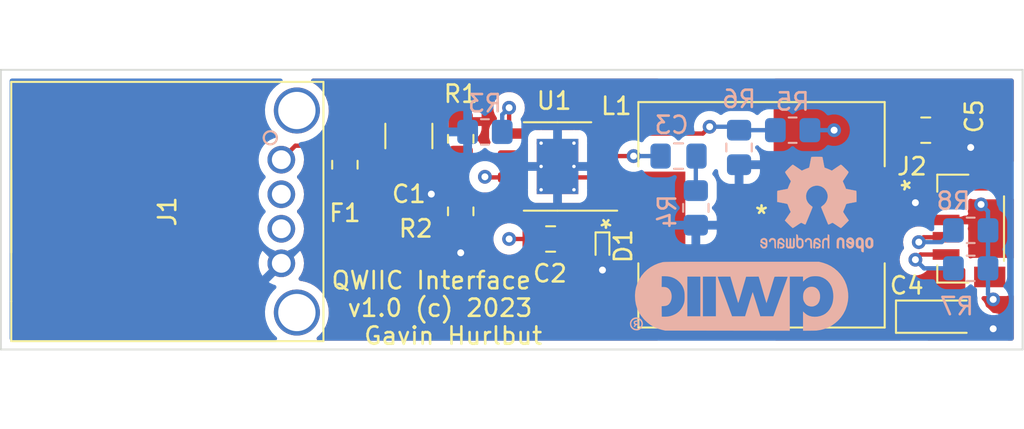
<source format=kicad_pcb>
(kicad_pcb (version 20211014) (generator pcbnew)
  (layers (0 "F.Cu" signal) (1 "In1.Cu" signal) (2 "In2.Cu" signal) (31 "B.Cu" signal) (34 "B.Paste" user) (35 "F.Paste" user) (36 "B.SilkS" user "B.Silkscreen") (37 "F.SilkS" user "F.Silkscreen") (38 "B.Mask" user) (39 "F.Mask" user) (44 "Edge.Cuts" user))
  (net 0 "")
  (net 1 "+12V")
  (net 2 "GND")
  (net 3 "Net-(C2-Pad1)")
  (net 4 "Net-(C2-Pad2)")
  (net 5 "Net-(C3-Pad1)")
  (net 6 "Net-(C3-Pad2)")
  (net 7 "+3V3")
  (net 8 "SDA")
  (net 9 "SCL")
  (net 10 "Net-(R1-Pad2)")
  (net 11 "Net-(R3-Pad1)")
  (net 12 "Net-(R5-Pad2)")
  (net 13 "+BATT")
  (footprint "Beirdo:PM4346.333NLT" (layer "F.Cu") (at 144 68.2)
    (fp_text reference "L1" (at -8.4 -6.3) (layer "F.SilkS"))
    (fp_text value "33uH 5A 88mOhm")
    (fp_text user "*" (at 0 0) (layer "F.SilkS"))
    (pad "1" smd rect (at -5.7023 0) (size 2.5908 5.0038) (layers "F.Cu" "F.Paste" "F.Mask") (net 4 "Net-(C2-Pad2)"))
    (pad "2" smd rect (at 5.7023 0) (size 2.5908 5.0038) (layers "F.Cu" "F.Paste" "F.Mask") (net 7 "+3V3"))
  )
  (footprint "Resistor_SMD:R_0805_2012Metric_Pad1.20x1.40mm_HandSolder" (layer "F.Cu") (at 119.9 65.3 -90)
    (fp_text reference "F1" (at 2.8 0) (layer "F.SilkS"))
    (fp_text value "1A Polyfuse")
    (pad "1" smd roundrect (at -1 0 270) (size 1.2 1.4) (layers "F.Cu" "F.Paste" "F.Mask") (roundrect_rratio 0.2083333333) (net 13 "+BATT"))
    (pad "2" smd roundrect (at 1 0 270) (size 1.2 1.4) (layers "F.Cu" "F.Paste" "F.Mask") (roundrect_rratio 0.2083333333) (net 1 "+12V"))
  )
  (footprint "Diode_SMD:D_SOD-923" (layer "F.Cu") (at 134.8 70.02 -90)
    (fp_text reference "D1" (at 0 -1.2 90) (layer "F.SilkS"))
    (fp_text value "ACDBQC0130L-HF")
    (pad "1" smd rect (at -0.42 0 90) (size 0.36 0.25) (layers "F.Cu" "F.Paste" "F.Mask") (net 4 "Net-(C2-Pad2)"))
    (pad "2" smd rect (at 0.42 0 90) (size 0.36 0.25) (layers "F.Cu" "F.Paste" "F.Mask") (net 2 "GND"))
  )
  (footprint "Capacitor_SMD:C_0805_2012Metric_Pad1.18x1.45mm_HandSolder" (layer "F.Cu") (at 153.5 63.3)
    (fp_text reference "C5" (at 2.8 -0.8 90) (layer "F.SilkS"))
    (fp_text value "10uF")
    (pad "1" smd roundrect (at -1.0375 0) (size 1.175 1.45) (layers "F.Cu" "F.Paste" "F.Mask") (roundrect_rratio 0.2127659574) (net 7 "+3V3"))
    (pad "2" smd roundrect (at 1.0375 0) (size 1.175 1.45) (layers "F.Cu" "F.Paste" "F.Mask") (roundrect_rratio 0.2127659574) (net 2 "GND"))
  )
  (footprint "Package_SO:HTSOP-8-1EP_3.9x4.9mm_P1.27mm_EP2.4x3.2mm_ThermalVias" (layer "F.Cu") (at 132.2 65.4 180)
    (fp_text reference "U1" (at 0.2 3.8) (layer "F.SilkS"))
    (fp_text value "BD9G341EFJ")
    (fp_text user "*" (at -2.8 -3 180 unlocked) (layer "F.SilkS"))
    (pad "1" smd roundrect (at -2.65 -1.905 180) (size 1.6 0.6) (layers "F.Cu" "F.Paste" "F.Mask") (net 4 "Net-(C2-Pad2)"))
    (pad "2" smd roundrect (at -2.65 -0.635 180) (size 1.6 0.6) (layers "F.Cu" "F.Paste" "F.Mask") (net 2 "GND"))
    (pad "3" smd roundrect (at -2.65 0.635 180) (size 1.6 0.6) (layers "F.Cu" "F.Paste" "F.Mask") (net 5 "Net-(C3-Pad1)"))
    (pad "4" smd roundrect (at -2.65 1.905 180) (size 1.6 0.6) (layers "F.Cu" "F.Paste" "F.Mask") (net 12 "Net-(R5-Pad2)"))
    (pad "5" smd roundrect (at 2.65 1.905 180) (size 1.6 0.6) (layers "F.Cu" "F.Paste" "F.Mask") (net 11 "Net-(R3-Pad1)"))
    (pad "6" smd roundrect (at 2.65 0.635 180) (size 1.6 0.6) (layers "F.Cu" "F.Paste" "F.Mask") (net 10 "Net-(R1-Pad2)"))
    (pad "7" smd roundrect (at 2.65 -0.635 180) (size 1.6 0.6) (layers "F.Cu" "F.Paste" "F.Mask") (net 3 "Net-(C2-Pad1)"))
    (pad "8" smd roundrect (at 2.65 -1.905 180) (size 1.6 0.6) (layers "F.Cu" "F.Paste" "F.Mask") (net 1 "+12V"))
    (pad "9" smd rect (at 0 0 180) (size 2.4 3.2) (layers "F.Cu" "F.Mask") (net 2 "GND"))
    (pad "9" thru_hole circle (at -0.95 -1.35 180) (size 0.5 0.5) (drill 0.2) (layers *.Cu) (net 2 "GND"))
    (pad "9" smd rect (at 0 0 180) (size 2.4 3.2) (layers "B.Cu") (net 2 "GND"))
    (pad "9" thru_hole circle (at 0.95 1.35 180) (size 0.5 0.5) (drill 0.2) (layers *.Cu) (net 2 "GND"))
    (pad "9" thru_hole circle (at 0.95 0 180) (size 0.5 0.5) (drill 0.2) (layers *.Cu) (net 2 "GND"))
    (pad "9" thru_hole circle (at -0.95 0 180) (size 0.5 0.5) (drill 0.2) (layers *.Cu) (net 2 "GND"))
    (pad "9" thru_hole circle (at -0.95 1.35 180) (size 0.5 0.5) (drill 0.2) (layers *.Cu) (net 2 "GND"))
    (pad "9" thru_hole circle (at 0.95 -1.35 180) (size 0.5 0.5) (drill 0.2) (layers *.Cu) (net 2 "GND"))
  )
  (footprint "UltraLibrarian:347930040" (layer "F.Cu") (at 116.2228 65.010001 -90)
    (fp_text reference "J1" (at 2.999999 6.593 90) (layer "F.SilkS"))
    (fp_text value "MOLEX connector")
    (pad "1" thru_hole circle locked (at 0 0 270) (size 1.6002 1.6002) (drill 1.0922) (layers *.Cu *.Mask) (net 13 "+BATT"))
    (pad "2" thru_hole circle locked (at 1.999999 0 270) (size 1.6002 1.6002) (drill 1.0922) (layers *.Cu *.Mask) (net 8 "SDA"))
    (pad "3" thru_hole circle locked (at 4 0 270) (size 1.6002 1.6002) (drill 1.0922) (layers *.Cu *.Mask) (net 9 "SCL"))
    (pad "4" thru_hole circle locked (at 5.999998 0 270) (size 1.6002 1.6002) (drill 1.0922) (layers *.Cu *.Mask) (net 2 "GND"))
    (pad "5" thru_hole circle locked (at -2.850002 -0.900001) (size 2.667 2.667) (drill 2.159) (layers *.Cu *.Mask))
    (pad "6" thru_hole circle locked (at 8.85 -0.900001) (size 2.667 2.667) (drill 2.159) (layers *.Cu *.Mask))
    (pad "7" smd rect locked (at -0.790001 7.0228) (size 10.8458 2.2098) (layers "F.Cu" "F.Paste" "F.Mask"))
    (pad "8" smd rect locked (at 6.789999 7.0228) (size 10.8458 2.2098) (layers "F.Cu" "F.Paste" "F.Mask"))
  )
  (footprint "Resistor_SMD:R_0805_2012Metric_Pad1.20x1.40mm_HandSolder" (layer "F.Cu") (at 126.6 68 -90)
    (fp_text reference "R2" (at 1 2.6 180) (layer "F.SilkS"))
    (fp_text value "324k 1%")
    (pad "1" smd roundrect (at -1 0 270) (size 1.2 1.4) (layers "F.Cu" "F.Paste" "F.Mask") (roundrect_rratio 0.2083333333) (net 10 "Net-(R1-Pad2)"))
    (pad "2" smd roundrect (at 1 0 270) (size 1.2 1.4) (layers "F.Cu" "F.Paste" "F.Mask") (roundrect_rratio 0.2083333333) (net 2 "GND"))
  )
  (footprint "Resistor_SMD:R_0805_2012Metric_Pad1.20x1.40mm_HandSolder" (layer "F.Cu") (at 126.6 63.8 -90)
    (fp_text reference "R1" (at -2.6 0 180) (layer "F.SilkS"))
    (fp_text value "909k 1%")
    (pad "1" smd roundrect (at -1 0 270) (size 1.2 1.4) (layers "F.Cu" "F.Paste" "F.Mask") (roundrect_rratio 0.2083333333) (net 1 "+12V"))
    (pad "2" smd roundrect (at 1 0 270) (size 1.2 1.4) (layers "F.Cu" "F.Paste" "F.Mask") (roundrect_rratio 0.2083333333) (net 10 "Net-(R1-Pad2)"))
  )
  (footprint "Capacitor_SMD:C_1210_3225Metric_Pad1.33x2.70mm_HandSolder" (layer "F.Cu") (at 123.6 63.6375 -90)
    (fp_text reference "C1" (at 3.3625 0 180) (layer "F.SilkS"))
    (fp_text value "10uF 100V")
    (pad "1" smd roundrect (at -1.5625 0 270) (size 1.325 2.7) (layers "F.Cu" "F.Paste" "F.Mask") (roundrect_rratio 0.1886792453) (net 1 "+12V"))
    (pad "2" smd roundrect (at 1.5625 0 270) (size 1.325 2.7) (layers "F.Cu" "F.Paste" "F.Mask") (roundrect_rratio 0.1886792453) (net 2 "GND"))
  )
  (footprint "Capacitor_SMD:C_0805_2012Metric_Pad1.18x1.45mm_HandSolder" (layer "F.Cu") (at 131.8 69.6)
    (fp_text reference "C2" (at -0.0375 2) (layer "F.SilkS"))
    (fp_text value "100nF")
    (pad "1" smd roundrect (at -1.0375 0) (size 1.175 1.45) (layers "F.Cu" "F.Paste" "F.Mask") (roundrect_rratio 0.2127659574) (net 3 "Net-(C2-Pad1)"))
    (pad "2" smd roundrect (at 1.0375 0) (size 1.175 1.45) (layers "F.Cu" "F.Paste" "F.Mask") (roundrect_rratio 0.2127659574) (net 4 "Net-(C2-Pad2)"))
  )
  (footprint "Beirdo:QWIIC Connector" (layer "F.Cu") (at 156.096601 69.000001 -90)
    (fp_text reference "J2" (at -3.600001 3.396601 180) (layer "F.SilkS"))
    (fp_text value "QWIIC Connector")
    (fp_text user "*" (at -2.5146 3.429 90) (layer "F.SilkS"))
    (pad "1" smd rect (at -1.5 1.4216 270) (size 0.6096 1.5494) (layers "F.Cu" "F.Paste" "F.Mask") (net 2 "GND"))
    (pad "2" smd rect (at -0.499999 1.4216 270) (size 0.6096 1.5494) (layers "F.Cu" "F.Paste" "F.Mask") (net 7 "+3V3"))
    (pad "3" smd rect (at 0.499999 1.4216 270) (size 0.6096 1.5494) (layers "F.Cu" "F.Paste" "F.Mask") (net 8 "SDA"))
    (pad "4" smd rect (at 1.5 1.4216 270) (size 0.6096 1.5494) (layers "F.Cu" "F.Paste" "F.Mask") (net 9 "SCL"))
    (pad "5" smd rect (at -2.799999 -1.103399 270) (size 1.1938 1.8034) (layers "F.Cu" "F.Paste" "F.Mask"))
    (pad "6" smd rect (at 2.799999 -1.103399 270) (size 1.1938 1.8034) (layers "F.Cu" "F.Paste" "F.Mask"))
  )
  (footprint "Capacitor_Tantalum_SMD:CP_EIA-3216-10_Kemet-I_Pad1.58x1.35mm_HandSolder" (layer "F.Cu") (at 154.2625 74.1)
    (fp_text reference "C4" (at -1.8625 -1.8 180) (layer "F.SilkS"))
    (fp_text value "100uF Ta 6V")
    (pad "1" smd roundrect (at -1.4375 0) (size 1.575 1.35) (layers "F.Cu" "F.Paste" "F.Mask") (roundrect_rratio 0.1851851852) (net 7 "+3V3"))
    (pad "2" smd roundrect (at 1.4375 0) (size 1.575 1.35) (layers "F.Cu" "F.Paste" "F.Mask") (roundrect_rratio 0.1851851852) (net 2 "GND"))
  )
  (footprint "Beirdo:qwiic-logo" (layer "B.Cu") (at 142.8 72.8 180)
    (fp_text reference "G***" hide)
    (fp_text value "LOGO" hide)
  )
  (footprint "Resistor_SMD:R_0805_2012Metric_Pad1.20x1.40mm_HandSolder" (layer "B.Cu") (at 142.7 64.3 -90)
    (fp_text reference "R6" (at -2.8 0 180) (layer "B.SilkS") (effects (justify mirror)))
    (fp_text value "560R")
    (pad "1" smd roundrect (at -1 0 270) (size 1.2 1.4) (layers "B.Cu" "B.Paste" "B.Mask") (roundrect_rratio 0.2083333333) (net 12 "Net-(R5-Pad2)"))
    (pad "2" smd roundrect (at 1 0 270) (size 1.2 1.4) (layers "B.Cu" "B.Paste" "B.Mask") (roundrect_rratio 0.2083333333) (net 2 "GND"))
  )
  (footprint "Capacitor_SMD:C_0805_2012Metric_Pad1.18x1.45mm_HandSolder" (layer "B.Cu") (at 139.2 64.8)
    (fp_text reference "C3" (at -0.4 -1.8) (layer "B.SilkS") (effects (justify mirror)))
    (fp_text value "10nF")
    (pad "1" smd roundrect (at -1.0375 0) (size 1.175 1.45) (layers "B.Cu" "B.Paste" "B.Mask") (roundrect_rratio 0.2127659574) (net 5 "Net-(C3-Pad1)"))
    (pad "2" smd roundrect (at 1.0375 0) (size 1.175 1.45) (layers "B.Cu" "B.Paste" "B.Mask") (roundrect_rratio 0.2127659574) (net 6 "Net-(C3-Pad2)"))
  )
  (footprint "Resistor_SMD:R_0805_2012Metric_Pad1.20x1.40mm_HandSolder" (layer "B.Cu") (at 156.1 69.1 180)
    (fp_text reference "R8" (at 1 1.7) (layer "B.SilkS") (effects (justify mirror)))
    (fp_text value "10k")
    (pad "1" smd roundrect (at -1 0 180) (size 1.2 1.4) (layers "B.Cu" "B.Paste" "B.Mask") (roundrect_rratio 0.2083333333) (net 7 "+3V3"))
    (pad "2" smd roundrect (at 1 0 180) (size 1.2 1.4) (layers "B.Cu" "B.Paste" "B.Mask") (roundrect_rratio 0.2083333333) (net 8 "SDA"))
  )
  (footprint "Resistor_SMD:R_0805_2012Metric_Pad1.20x1.40mm_HandSolder" (layer "B.Cu") (at 145.8 63.3 180)
    (fp_text reference "R5" (at 0 1.65) (layer "B.SilkS") (effects (justify mirror)))
    (fp_text value "1k3")
    (pad "1" smd roundrect (at -1 0 180) (size 1.2 1.4) (layers "B.Cu" "B.Paste" "B.Mask") (roundrect_rratio 0.2083333333) (net 7 "+3V3"))
    (pad "2" smd roundrect (at 1 0 180) (size 1.2 1.4) (layers "B.Cu" "B.Paste" "B.Mask") (roundrect_rratio 0.2083333333) (net 12 "Net-(R5-Pad2)"))
  )
  (footprint "Resistor_SMD:R_0805_2012Metric_Pad1.20x1.40mm_HandSolder" (layer "B.Cu") (at 128 63.4 180)
    (fp_text reference "R3" (at 0 1.65) (layer "B.SilkS") (effects (justify mirror)))
    (fp_text value "47k")
    (pad "1" smd roundrect (at -1 0 180) (size 1.2 1.4) (layers "B.Cu" "B.Paste" "B.Mask") (roundrect_rratio 0.2083333333) (net 11 "Net-(R3-Pad1)"))
    (pad "2" smd roundrect (at 1 0 180) (size 1.2 1.4) (layers "B.Cu" "B.Paste" "B.Mask") (roundrect_rratio 0.2083333333) (net 2 "GND"))
  )
  (footprint "Symbol:OSHW-Logo2_7.3x6mm_SilkScreen" (layer "B.Cu") (at 147.2 67.6 180)
    (fp_text reference "REF**" hide)
    (fp_text value "OSHW-Logo2_7.3x6mm_SilkScreen" hide)
  )
  (footprint "Resistor_SMD:R_0805_2012Metric_Pad1.20x1.40mm_HandSolder" (layer "B.Cu") (at 140.2 67.8 -90)
    (fp_text reference "R4" (at 0.2 1.65 90) (layer "B.SilkS") (effects (justify mirror)))
    (fp_text value "6k2")
    (pad "1" smd roundrect (at -1 0 270) (size 1.2 1.4) (layers "B.Cu" "B.Paste" "B.Mask") (roundrect_rratio 0.2083333333) (net 6 "Net-(C3-Pad2)"))
    (pad "2" smd roundrect (at 1 0 270) (size 1.2 1.4) (layers "B.Cu" "B.Paste" "B.Mask") (roundrect_rratio 0.2083333333) (net 2 "GND"))
  )
  (footprint "Resistor_SMD:R_0805_2012Metric_Pad1.20x1.40mm_HandSolder" (layer "B.Cu") (at 156.1 71.3 180)
    (fp_text reference "R7" (at 0.8 -2.2) (layer "B.SilkS") (effects (justify mirror)))
    (fp_text value "10k")
    (pad "1" smd roundrect (at -1 0 180) (size 1.2 1.4) (layers "B.Cu" "B.Paste" "B.Mask") (roundrect_rratio 0.2083333333) (net 7 "+3V3"))
    (pad "2" smd roundrect (at 1 0 180) (size 1.2 1.4) (layers "B.Cu" "B.Paste" "B.Mask") (roundrect_rratio 0.2083333333) (net 9 "SCL"))
  )
  (gr_line locked (start 100 59.8) (end 159.1 59.8) (layer "Edge.Cuts") (width 0.1))
  (gr_line locked (start 100 76) (end 100 59.8) (layer "Edge.Cuts") (width 0.1))
  (gr_line locked (start 159.1 59.8) (end 159.099999 76) (layer "Edge.Cuts") (width 0.1))
  (gr_line locked (start 159.099999 76) (end 100 76) (layer "Edge.Cuts") (width 0.1))
  (gr_text "QWIIC Interface" (at 124.9 72) (layer "F.SilkS") (effects (font (size 1 1))))
  (gr_text "v1.0 (c) 2023\n  Gavin Hurlbut" (at 125.4 74.4) (layer "F.SilkS") (effects (font (size 1 1))))
  (segment (start 124.9 66.5) (end 123.6 65.2) (width 0.25) (layer "F.Cu") (net 2))
  (segment (start 132.835 66.035) (end 132.2 65.4) (width 0.25) (layer "F.Cu") (net 2))
  (segment (start 126.6 69) (end 126.6 70.4) (width 0.25) (layer "F.Cu") (net 2))
  (segment (start 134.8 70.44) (end 134.8 71.4) (width 0.25) (layer "F.Cu") (net 2))
  (segment (start 134.85 66.035) (end 132.835 66.035) (width 0.25) (layer "F.Cu") (net 2))
  (segment (start 124.9 67) (end 124.9 66.5) (width 0.25) (layer "F.Cu") (net 2))
  (segment (start 156.7 74.1) (end 157.4 74.8) (width 0.25) (layer "F.Cu") (net 2))
  (segment (start 152.9 67.5) (end 154.675001 67.500001) (width 0.25) (layer "F.Cu") (net 2))
  (segment (start 155.1 63.3) (end 156.1 64.3) (width 0.25) (layer "F.Cu") (net 2))
  (segment (start 154.5375 63.3) (end 155.1 63.3) (width 0.25) (layer "F.Cu") (net 2))
  (segment (start 155.7 74.1) (end 156.7 74.1) (width 0.25) (layer "F.Cu") (net 2))
  (via (at 152.9 67.5) (size 0.8) (drill 0.4) (layers "F.Cu" "B.Cu") (net 2))
  (via (at 156.1 64.3) (size 0.8) (drill 0.4) (layers "F.Cu" "B.Cu") (net 2))
  (via (at 157.4 74.8) (size 0.8) (drill 0.4) (layers "F.Cu" "B.Cu") (net 2))
  (via (at 126.6 70.4) (size 0.8) (drill 0.4) (layers "F.Cu" "B.Cu") (net 2))
  (via (at 124.9 67) (size 0.8) (drill 0.4) (layers "F.Cu" "B.Cu") (net 2))
  (via (at 134.8 71.4) (size 0.8) (drill 0.4) (layers "F.Cu" "B.Cu") (net 2))
  (segment (start 129.55 66.035) (end 128.035 66.035) (width 0.25) (layer "F.Cu") (net 3))
  (segment (start 128.035 66.035) (end 128 66) (width 0.25) (layer "F.Cu") (net 3))
  (segment (start 130.7625 69.6) (end 129.4 69.6) (width 0.25) (layer "F.Cu") (net 3))
  (via (at 128 66) (size 0.8) (drill 0.4) (layers "F.Cu" "B.Cu") (net 3))
  (via (at 129.4 69.6) (size 0.8) (drill 0.4) (layers "F.Cu" "B.Cu") (net 3))
  (segment (start 134.85 67.305) (end 137.4027 67.305) (width 0.25) (layer "F.Cu") (net 4))
  (segment (start 134.8 67.355) (end 134.85 67.305) (width 0.25) (layer "F.Cu") (net 4))
  (segment (start 134.8 69.6) (end 134.8 67.355) (width 0.25) (layer "F.Cu") (net 4))
  (segment (start 132.8375 69.6) (end 134.8 69.6) (width 0.25) (layer "F.Cu") (net 4))
  (segment (start 137.4027 67.305) (end 138.2977 68.2) (width 0.25) (layer "F.Cu") (net 4))
  (segment (start 136.6 64.8) (end 134.885 64.8) (width 0.25) (layer "F.Cu") (net 5))
  (segment (start 134.885 64.8) (end 134.85 64.765) (width 0.25) (layer "F.Cu") (net 5))
  (via (at 136.6 64.8) (size 0.8) (drill 0.4) (layers "F.Cu" "B.Cu") (net 5))
  (segment (start 138.1625 64.8) (end 136.6 64.8) (width 0.25) (layer "B.Cu") (net 5))
  (segment (start 140.2 64.8375) (end 140.2375 64.8) (width 0.25) (layer "B.Cu") (net 6))
  (segment (start 140.2 66.8) (end 140.2 64.8375) (width 0.25) (layer "B.Cu") (net 6))
  (segment (start 155.799998 68.500002) (end 156.7 67.6) (width 0.25) (layer "F.Cu") (net 7))
  (segment (start 154.675001 68.500002) (end 155.799998 68.500002) (width 0.25) (layer "F.Cu") (net 7))
  (via (at 156.7 67.6) (size 0.8) (drill 0.4) (layers "F.Cu" "B.Cu") (net 7))
  (via (at 148.2 63.3) (size 0.8) (drill 0.4) (layers "F.Cu" "B.Cu") (net 7))
  (via (at 157.4 73.1) (size 0.8) (drill 0.4) (layers "F.Cu" "B.Cu") (net 7))
  (segment (start 157.1 71.3) (end 157.1 69.1) (width 0.25) (layer "B.Cu") (net 7))
  (segment (start 157.1 72.8) (end 157.4 73.1) (width 0.25) (layer "B.Cu") (net 7))
  (segment (start 156.7 67.6) (end 157.1 68) (width 0.25) (layer "B.Cu") (net 7))
  (segment (start 157.1 68) (end 157.1 69.1) (width 0.25) (layer "B.Cu") (net 7))
  (segment (start 146.8 63.3) (end 148.2 63.3) (width 0.25) (layer "B.Cu") (net 7))
  (segment (start 157.1 71.3) (end 157.1 72.8) (width 0.25) (layer "B.Cu") (net 7))
  (segment (start 153.09754 69.782782) (end 153.380322 69.5) (width 0.25) (layer "F.Cu") (net 8))
  (segment (start 153.380322 69.5) (end 154.675001 69.5) (width 0.25) (layer "F.Cu") (net 8))
  (via (at 153.09754 69.782782) (size 0.8) (drill 0.4) (layers "F.Cu" "B.Cu") (net 8))
  (segment (start 153.09754 69.782782) (end 154.417218 69.782782) (width 0.25) (layer "B.Cu") (net 8))
  (segment (start 154.417218 69.782782) (end 155.1 69.1) (width 0.25) (layer "B.Cu") (net 8))
  (segment (start 152.9 70.8) (end 153.199999 70.500001) (width 0.25) (layer "F.Cu") (net 9))
  (segment (start 153.199999 70.500001) (end 154.675001 70.500001) (width 0.25) (layer "F.Cu") (net 9))
  (via (at 152.9 70.8) (size 0.8) (drill 0.4) (layers "F.Cu" "B.Cu") (net 9))
  (segment (start 155.1 71.3) (end 153.4 71.3) (width 0.25) (layer "B.Cu") (net 9))
  (segment (start 153.4 71.3) (end 152.9 70.8) (width 0.25) (layer "B.Cu") (net 9))
  (segment (start 126.6 64.8) (end 126.635 64.765) (width 0.25) (layer "F.Cu") (net 10))
  (segment (start 126.6 67) (end 126.6 64.8) (width 0.25) (layer "F.Cu") (net 10))
  (segment (start 126.635 64.765) (end 129.55 64.765) (width 0.25) (layer "F.Cu") (net 10))
  (segment (start 129.4 63.345) (end 129.55 63.495) (width 0.25) (layer "F.Cu") (net 11))
  (segment (start 129.4 62) (end 129.4 63.345) (width 0.25) (layer "F.Cu") (net 11))
  (via (at 129.4 62) (size 0.8) (drill 0.4) (layers "F.Cu" "B.Cu") (net 11))
  (segment (start 129 63.4) (end 129 62.4) (width 0.25) (layer "B.Cu") (net 11))
  (segment (start 129 62.4) (end 129.4 62) (width 0.25) (layer "B.Cu") (net 11))
  (segment (start 134.85 63.495) (end 140.605 63.495) (width 0.25) (layer "F.Cu") (net 12))
  (segment (start 140.605 63.495) (end 141 63.1) (width 0.25) (layer "F.Cu") (net 12))
  (via (at 141 63.1) (size 0.8) (drill 0.4) (layers "F.Cu" "B.Cu") (net 12))
  (segment (start 141 63.1) (end 142.5 63.1) (width 0.25) (layer "B.Cu") (net 12))
  (segment (start 142.7 63.3) (end 144.8 63.3) (width 0.25) (layer "B.Cu") (net 12))
  (segment (start 142.5 63.1) (end 142.7 63.3) (width 0.25) (layer "B.Cu") (net 12))
  (segment (start 117.032801 64.2) (end 119.8 64.2) (width 0.25) (layer "F.Cu") (net 13))
  (segment (start 116.2228 65.010001) (end 117.032801 64.2) (width 0.25) (layer "F.Cu") (net 13))
  (segment (start 119.8 64.2) (end 119.9 64.3) (width 0.25) (layer "F.Cu") (net 13))
  (segment (start 120.389999 65.010001) (end 120.4 65) (width 0.25) (layer "F.Cu") (net 13))
  (zone (net 1) (net_name "+12V") (layer "F.Cu") (connect_pads (clearance 0.508)) (min_thickness 0.254) (fill yes (thermal_gap 0.508) (thermal_bridge_width 0.508))
    (polygon (pts (xy 138.1 76) (xy 100.1 76) (xy 100.1 59.8) (xy 138.1 59.7)))
  )
  (zone (net 7) (net_name "+3V3") (layer "F.Cu") (connect_pads (clearance 0.508)) (min_thickness 0.254) (fill yes (thermal_gap 0.508) (thermal_bridge_width 0.508))
    (polygon (pts (xy 159.1 76) (xy 144.7 76) (xy 144.7 59.8) (xy 159.1 59.8)))
  )
  (zone (net 2) (net_name "GND") (layer "B.Cu") (connect_pads (clearance 0.508)) (min_thickness 0.254) (fill yes (thermal_gap 0.508) (thermal_bridge_width 0.508))
    (polygon (pts (xy 159.1 76) (xy 100 76) (xy 100 59.8) (xy 159.1 59.8)))
  )
)
</source>
